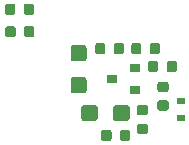
<source format=gbr>
G04 #@! TF.GenerationSoftware,KiCad,Pcbnew,(5.1.4)-1*
G04 #@! TF.CreationDate,2019-12-17T16:38:54-05:00*
G04 #@! TF.ProjectId,BJTPreamp,424a5450-7265-4616-9d70-2e6b69636164,rev?*
G04 #@! TF.SameCoordinates,Original*
G04 #@! TF.FileFunction,Paste,Top*
G04 #@! TF.FilePolarity,Positive*
%FSLAX46Y46*%
G04 Gerber Fmt 4.6, Leading zero omitted, Abs format (unit mm)*
G04 Created by KiCad (PCBNEW (5.1.4)-1) date 2019-12-17 16:38:54*
%MOMM*%
%LPD*%
G04 APERTURE LIST*
%ADD10C,0.100000*%
%ADD11C,1.350000*%
%ADD12C,0.875000*%
%ADD13R,0.900000X0.800000*%
%ADD14R,0.700000X0.600000*%
G04 APERTURE END LIST*
D10*
G36*
X79185305Y-98233804D02*
G01*
X79209573Y-98237404D01*
X79233372Y-98243365D01*
X79256471Y-98251630D01*
X79278650Y-98262120D01*
X79299693Y-98274732D01*
X79319399Y-98289347D01*
X79337577Y-98305823D01*
X79354053Y-98324001D01*
X79368668Y-98343707D01*
X79381280Y-98364750D01*
X79391770Y-98386929D01*
X79400035Y-98410028D01*
X79405996Y-98433827D01*
X79409596Y-98458095D01*
X79410800Y-98482599D01*
X79410800Y-99332601D01*
X79409596Y-99357105D01*
X79405996Y-99381373D01*
X79400035Y-99405172D01*
X79391770Y-99428271D01*
X79381280Y-99450450D01*
X79368668Y-99471493D01*
X79354053Y-99491199D01*
X79337577Y-99509377D01*
X79319399Y-99525853D01*
X79299693Y-99540468D01*
X79278650Y-99553080D01*
X79256471Y-99563570D01*
X79233372Y-99571835D01*
X79209573Y-99577796D01*
X79185305Y-99581396D01*
X79160801Y-99582600D01*
X78260799Y-99582600D01*
X78236295Y-99581396D01*
X78212027Y-99577796D01*
X78188228Y-99571835D01*
X78165129Y-99563570D01*
X78142950Y-99553080D01*
X78121907Y-99540468D01*
X78102201Y-99525853D01*
X78084023Y-99509377D01*
X78067547Y-99491199D01*
X78052932Y-99471493D01*
X78040320Y-99450450D01*
X78029830Y-99428271D01*
X78021565Y-99405172D01*
X78015604Y-99381373D01*
X78012004Y-99357105D01*
X78010800Y-99332601D01*
X78010800Y-98482599D01*
X78012004Y-98458095D01*
X78015604Y-98433827D01*
X78021565Y-98410028D01*
X78029830Y-98386929D01*
X78040320Y-98364750D01*
X78052932Y-98343707D01*
X78067547Y-98324001D01*
X78084023Y-98305823D01*
X78102201Y-98289347D01*
X78121907Y-98274732D01*
X78142950Y-98262120D01*
X78165129Y-98251630D01*
X78188228Y-98243365D01*
X78212027Y-98237404D01*
X78236295Y-98233804D01*
X78260799Y-98232600D01*
X79160801Y-98232600D01*
X79185305Y-98233804D01*
X79185305Y-98233804D01*
G37*
D11*
X78710800Y-98907600D03*
D10*
G36*
X81885305Y-98233804D02*
G01*
X81909573Y-98237404D01*
X81933372Y-98243365D01*
X81956471Y-98251630D01*
X81978650Y-98262120D01*
X81999693Y-98274732D01*
X82019399Y-98289347D01*
X82037577Y-98305823D01*
X82054053Y-98324001D01*
X82068668Y-98343707D01*
X82081280Y-98364750D01*
X82091770Y-98386929D01*
X82100035Y-98410028D01*
X82105996Y-98433827D01*
X82109596Y-98458095D01*
X82110800Y-98482599D01*
X82110800Y-99332601D01*
X82109596Y-99357105D01*
X82105996Y-99381373D01*
X82100035Y-99405172D01*
X82091770Y-99428271D01*
X82081280Y-99450450D01*
X82068668Y-99471493D01*
X82054053Y-99491199D01*
X82037577Y-99509377D01*
X82019399Y-99525853D01*
X81999693Y-99540468D01*
X81978650Y-99553080D01*
X81956471Y-99563570D01*
X81933372Y-99571835D01*
X81909573Y-99577796D01*
X81885305Y-99581396D01*
X81860801Y-99582600D01*
X80960799Y-99582600D01*
X80936295Y-99581396D01*
X80912027Y-99577796D01*
X80888228Y-99571835D01*
X80865129Y-99563570D01*
X80842950Y-99553080D01*
X80821907Y-99540468D01*
X80802201Y-99525853D01*
X80784023Y-99509377D01*
X80767547Y-99491199D01*
X80752932Y-99471493D01*
X80740320Y-99450450D01*
X80729830Y-99428271D01*
X80721565Y-99405172D01*
X80715604Y-99381373D01*
X80712004Y-99357105D01*
X80710800Y-99332601D01*
X80710800Y-98482599D01*
X80712004Y-98458095D01*
X80715604Y-98433827D01*
X80721565Y-98410028D01*
X80729830Y-98386929D01*
X80740320Y-98364750D01*
X80752932Y-98343707D01*
X80767547Y-98324001D01*
X80784023Y-98305823D01*
X80802201Y-98289347D01*
X80821907Y-98274732D01*
X80842950Y-98262120D01*
X80865129Y-98251630D01*
X80888228Y-98243365D01*
X80912027Y-98237404D01*
X80936295Y-98233804D01*
X80960799Y-98232600D01*
X81860801Y-98232600D01*
X81885305Y-98233804D01*
X81885305Y-98233804D01*
G37*
D11*
X81410800Y-98907600D03*
D10*
G36*
X78237005Y-95850404D02*
G01*
X78261273Y-95854004D01*
X78285072Y-95859965D01*
X78308171Y-95868230D01*
X78330350Y-95878720D01*
X78351393Y-95891332D01*
X78371099Y-95905947D01*
X78389277Y-95922423D01*
X78405753Y-95940601D01*
X78420368Y-95960307D01*
X78432980Y-95981350D01*
X78443470Y-96003529D01*
X78451735Y-96026628D01*
X78457696Y-96050427D01*
X78461296Y-96074695D01*
X78462500Y-96099199D01*
X78462500Y-96999201D01*
X78461296Y-97023705D01*
X78457696Y-97047973D01*
X78451735Y-97071772D01*
X78443470Y-97094871D01*
X78432980Y-97117050D01*
X78420368Y-97138093D01*
X78405753Y-97157799D01*
X78389277Y-97175977D01*
X78371099Y-97192453D01*
X78351393Y-97207068D01*
X78330350Y-97219680D01*
X78308171Y-97230170D01*
X78285072Y-97238435D01*
X78261273Y-97244396D01*
X78237005Y-97247996D01*
X78212501Y-97249200D01*
X77362499Y-97249200D01*
X77337995Y-97247996D01*
X77313727Y-97244396D01*
X77289928Y-97238435D01*
X77266829Y-97230170D01*
X77244650Y-97219680D01*
X77223607Y-97207068D01*
X77203901Y-97192453D01*
X77185723Y-97175977D01*
X77169247Y-97157799D01*
X77154632Y-97138093D01*
X77142020Y-97117050D01*
X77131530Y-97094871D01*
X77123265Y-97071772D01*
X77117304Y-97047973D01*
X77113704Y-97023705D01*
X77112500Y-96999201D01*
X77112500Y-96099199D01*
X77113704Y-96074695D01*
X77117304Y-96050427D01*
X77123265Y-96026628D01*
X77131530Y-96003529D01*
X77142020Y-95981350D01*
X77154632Y-95960307D01*
X77169247Y-95940601D01*
X77185723Y-95922423D01*
X77203901Y-95905947D01*
X77223607Y-95891332D01*
X77244650Y-95878720D01*
X77266829Y-95868230D01*
X77289928Y-95859965D01*
X77313727Y-95854004D01*
X77337995Y-95850404D01*
X77362499Y-95849200D01*
X78212501Y-95849200D01*
X78237005Y-95850404D01*
X78237005Y-95850404D01*
G37*
D11*
X77787500Y-96549200D03*
D10*
G36*
X78237005Y-93150404D02*
G01*
X78261273Y-93154004D01*
X78285072Y-93159965D01*
X78308171Y-93168230D01*
X78330350Y-93178720D01*
X78351393Y-93191332D01*
X78371099Y-93205947D01*
X78389277Y-93222423D01*
X78405753Y-93240601D01*
X78420368Y-93260307D01*
X78432980Y-93281350D01*
X78443470Y-93303529D01*
X78451735Y-93326628D01*
X78457696Y-93350427D01*
X78461296Y-93374695D01*
X78462500Y-93399199D01*
X78462500Y-94299201D01*
X78461296Y-94323705D01*
X78457696Y-94347973D01*
X78451735Y-94371772D01*
X78443470Y-94394871D01*
X78432980Y-94417050D01*
X78420368Y-94438093D01*
X78405753Y-94457799D01*
X78389277Y-94475977D01*
X78371099Y-94492453D01*
X78351393Y-94507068D01*
X78330350Y-94519680D01*
X78308171Y-94530170D01*
X78285072Y-94538435D01*
X78261273Y-94544396D01*
X78237005Y-94547996D01*
X78212501Y-94549200D01*
X77362499Y-94549200D01*
X77337995Y-94547996D01*
X77313727Y-94544396D01*
X77289928Y-94538435D01*
X77266829Y-94530170D01*
X77244650Y-94519680D01*
X77223607Y-94507068D01*
X77203901Y-94492453D01*
X77185723Y-94475977D01*
X77169247Y-94457799D01*
X77154632Y-94438093D01*
X77142020Y-94417050D01*
X77131530Y-94394871D01*
X77123265Y-94371772D01*
X77117304Y-94347973D01*
X77113704Y-94323705D01*
X77112500Y-94299201D01*
X77112500Y-93399199D01*
X77113704Y-93374695D01*
X77117304Y-93350427D01*
X77123265Y-93326628D01*
X77131530Y-93303529D01*
X77142020Y-93281350D01*
X77154632Y-93260307D01*
X77169247Y-93240601D01*
X77185723Y-93222423D01*
X77203901Y-93205947D01*
X77223607Y-93191332D01*
X77244650Y-93178720D01*
X77266829Y-93168230D01*
X77289928Y-93159965D01*
X77313727Y-93154004D01*
X77337995Y-93150404D01*
X77362499Y-93149200D01*
X78212501Y-93149200D01*
X78237005Y-93150404D01*
X78237005Y-93150404D01*
G37*
D11*
X77787500Y-93849200D03*
D10*
G36*
X83475391Y-99804753D02*
G01*
X83496626Y-99807903D01*
X83517450Y-99813119D01*
X83537662Y-99820351D01*
X83557068Y-99829530D01*
X83575481Y-99840566D01*
X83592724Y-99853354D01*
X83608630Y-99867770D01*
X83623046Y-99883676D01*
X83635834Y-99900919D01*
X83646870Y-99919332D01*
X83656049Y-99938738D01*
X83663281Y-99958950D01*
X83668497Y-99979774D01*
X83671647Y-100001009D01*
X83672700Y-100022450D01*
X83672700Y-100459950D01*
X83671647Y-100481391D01*
X83668497Y-100502626D01*
X83663281Y-100523450D01*
X83656049Y-100543662D01*
X83646870Y-100563068D01*
X83635834Y-100581481D01*
X83623046Y-100598724D01*
X83608630Y-100614630D01*
X83592724Y-100629046D01*
X83575481Y-100641834D01*
X83557068Y-100652870D01*
X83537662Y-100662049D01*
X83517450Y-100669281D01*
X83496626Y-100674497D01*
X83475391Y-100677647D01*
X83453950Y-100678700D01*
X82941450Y-100678700D01*
X82920009Y-100677647D01*
X82898774Y-100674497D01*
X82877950Y-100669281D01*
X82857738Y-100662049D01*
X82838332Y-100652870D01*
X82819919Y-100641834D01*
X82802676Y-100629046D01*
X82786770Y-100614630D01*
X82772354Y-100598724D01*
X82759566Y-100581481D01*
X82748530Y-100563068D01*
X82739351Y-100543662D01*
X82732119Y-100523450D01*
X82726903Y-100502626D01*
X82723753Y-100481391D01*
X82722700Y-100459950D01*
X82722700Y-100022450D01*
X82723753Y-100001009D01*
X82726903Y-99979774D01*
X82732119Y-99958950D01*
X82739351Y-99938738D01*
X82748530Y-99919332D01*
X82759566Y-99900919D01*
X82772354Y-99883676D01*
X82786770Y-99867770D01*
X82802676Y-99853354D01*
X82819919Y-99840566D01*
X82838332Y-99829530D01*
X82857738Y-99820351D01*
X82877950Y-99813119D01*
X82898774Y-99807903D01*
X82920009Y-99804753D01*
X82941450Y-99803700D01*
X83453950Y-99803700D01*
X83475391Y-99804753D01*
X83475391Y-99804753D01*
G37*
D12*
X83197700Y-100241200D03*
D10*
G36*
X83475391Y-98229753D02*
G01*
X83496626Y-98232903D01*
X83517450Y-98238119D01*
X83537662Y-98245351D01*
X83557068Y-98254530D01*
X83575481Y-98265566D01*
X83592724Y-98278354D01*
X83608630Y-98292770D01*
X83623046Y-98308676D01*
X83635834Y-98325919D01*
X83646870Y-98344332D01*
X83656049Y-98363738D01*
X83663281Y-98383950D01*
X83668497Y-98404774D01*
X83671647Y-98426009D01*
X83672700Y-98447450D01*
X83672700Y-98884950D01*
X83671647Y-98906391D01*
X83668497Y-98927626D01*
X83663281Y-98948450D01*
X83656049Y-98968662D01*
X83646870Y-98988068D01*
X83635834Y-99006481D01*
X83623046Y-99023724D01*
X83608630Y-99039630D01*
X83592724Y-99054046D01*
X83575481Y-99066834D01*
X83557068Y-99077870D01*
X83537662Y-99087049D01*
X83517450Y-99094281D01*
X83496626Y-99099497D01*
X83475391Y-99102647D01*
X83453950Y-99103700D01*
X82941450Y-99103700D01*
X82920009Y-99102647D01*
X82898774Y-99099497D01*
X82877950Y-99094281D01*
X82857738Y-99087049D01*
X82838332Y-99077870D01*
X82819919Y-99066834D01*
X82802676Y-99054046D01*
X82786770Y-99039630D01*
X82772354Y-99023724D01*
X82759566Y-99006481D01*
X82748530Y-98988068D01*
X82739351Y-98968662D01*
X82732119Y-98948450D01*
X82726903Y-98927626D01*
X82723753Y-98906391D01*
X82722700Y-98884950D01*
X82722700Y-98447450D01*
X82723753Y-98426009D01*
X82726903Y-98404774D01*
X82732119Y-98383950D01*
X82739351Y-98363738D01*
X82748530Y-98344332D01*
X82759566Y-98325919D01*
X82772354Y-98308676D01*
X82786770Y-98292770D01*
X82802676Y-98278354D01*
X82819919Y-98265566D01*
X82838332Y-98254530D01*
X82857738Y-98245351D01*
X82877950Y-98238119D01*
X82898774Y-98232903D01*
X82920009Y-98229753D01*
X82941450Y-98228700D01*
X83453950Y-98228700D01*
X83475391Y-98229753D01*
X83475391Y-98229753D01*
G37*
D12*
X83197700Y-98666200D03*
D10*
G36*
X85215291Y-97836253D02*
G01*
X85236526Y-97839403D01*
X85257350Y-97844619D01*
X85277562Y-97851851D01*
X85296968Y-97861030D01*
X85315381Y-97872066D01*
X85332624Y-97884854D01*
X85348530Y-97899270D01*
X85362946Y-97915176D01*
X85375734Y-97932419D01*
X85386770Y-97950832D01*
X85395949Y-97970238D01*
X85403181Y-97990450D01*
X85408397Y-98011274D01*
X85411547Y-98032509D01*
X85412600Y-98053950D01*
X85412600Y-98491450D01*
X85411547Y-98512891D01*
X85408397Y-98534126D01*
X85403181Y-98554950D01*
X85395949Y-98575162D01*
X85386770Y-98594568D01*
X85375734Y-98612981D01*
X85362946Y-98630224D01*
X85348530Y-98646130D01*
X85332624Y-98660546D01*
X85315381Y-98673334D01*
X85296968Y-98684370D01*
X85277562Y-98693549D01*
X85257350Y-98700781D01*
X85236526Y-98705997D01*
X85215291Y-98709147D01*
X85193850Y-98710200D01*
X84681350Y-98710200D01*
X84659909Y-98709147D01*
X84638674Y-98705997D01*
X84617850Y-98700781D01*
X84597638Y-98693549D01*
X84578232Y-98684370D01*
X84559819Y-98673334D01*
X84542576Y-98660546D01*
X84526670Y-98646130D01*
X84512254Y-98630224D01*
X84499466Y-98612981D01*
X84488430Y-98594568D01*
X84479251Y-98575162D01*
X84472019Y-98554950D01*
X84466803Y-98534126D01*
X84463653Y-98512891D01*
X84462600Y-98491450D01*
X84462600Y-98053950D01*
X84463653Y-98032509D01*
X84466803Y-98011274D01*
X84472019Y-97990450D01*
X84479251Y-97970238D01*
X84488430Y-97950832D01*
X84499466Y-97932419D01*
X84512254Y-97915176D01*
X84526670Y-97899270D01*
X84542576Y-97884854D01*
X84559819Y-97872066D01*
X84578232Y-97861030D01*
X84597638Y-97851851D01*
X84617850Y-97844619D01*
X84638674Y-97839403D01*
X84659909Y-97836253D01*
X84681350Y-97835200D01*
X85193850Y-97835200D01*
X85215291Y-97836253D01*
X85215291Y-97836253D01*
G37*
D12*
X84937600Y-98272700D03*
D10*
G36*
X85215291Y-96261253D02*
G01*
X85236526Y-96264403D01*
X85257350Y-96269619D01*
X85277562Y-96276851D01*
X85296968Y-96286030D01*
X85315381Y-96297066D01*
X85332624Y-96309854D01*
X85348530Y-96324270D01*
X85362946Y-96340176D01*
X85375734Y-96357419D01*
X85386770Y-96375832D01*
X85395949Y-96395238D01*
X85403181Y-96415450D01*
X85408397Y-96436274D01*
X85411547Y-96457509D01*
X85412600Y-96478950D01*
X85412600Y-96916450D01*
X85411547Y-96937891D01*
X85408397Y-96959126D01*
X85403181Y-96979950D01*
X85395949Y-97000162D01*
X85386770Y-97019568D01*
X85375734Y-97037981D01*
X85362946Y-97055224D01*
X85348530Y-97071130D01*
X85332624Y-97085546D01*
X85315381Y-97098334D01*
X85296968Y-97109370D01*
X85277562Y-97118549D01*
X85257350Y-97125781D01*
X85236526Y-97130997D01*
X85215291Y-97134147D01*
X85193850Y-97135200D01*
X84681350Y-97135200D01*
X84659909Y-97134147D01*
X84638674Y-97130997D01*
X84617850Y-97125781D01*
X84597638Y-97118549D01*
X84578232Y-97109370D01*
X84559819Y-97098334D01*
X84542576Y-97085546D01*
X84526670Y-97071130D01*
X84512254Y-97055224D01*
X84499466Y-97037981D01*
X84488430Y-97019568D01*
X84479251Y-97000162D01*
X84472019Y-96979950D01*
X84466803Y-96959126D01*
X84463653Y-96937891D01*
X84462600Y-96916450D01*
X84462600Y-96478950D01*
X84463653Y-96457509D01*
X84466803Y-96436274D01*
X84472019Y-96415450D01*
X84479251Y-96395238D01*
X84488430Y-96375832D01*
X84499466Y-96357419D01*
X84512254Y-96340176D01*
X84526670Y-96324270D01*
X84542576Y-96309854D01*
X84559819Y-96297066D01*
X84578232Y-96286030D01*
X84597638Y-96276851D01*
X84617850Y-96269619D01*
X84638674Y-96264403D01*
X84659909Y-96261253D01*
X84681350Y-96260200D01*
X85193850Y-96260200D01*
X85215291Y-96261253D01*
X85215291Y-96261253D01*
G37*
D12*
X84937600Y-96697700D03*
D10*
G36*
X73823991Y-89640173D02*
G01*
X73845226Y-89643323D01*
X73866050Y-89648539D01*
X73886262Y-89655771D01*
X73905668Y-89664950D01*
X73924081Y-89675986D01*
X73941324Y-89688774D01*
X73957230Y-89703190D01*
X73971646Y-89719096D01*
X73984434Y-89736339D01*
X73995470Y-89754752D01*
X74004649Y-89774158D01*
X74011881Y-89794370D01*
X74017097Y-89815194D01*
X74020247Y-89836429D01*
X74021300Y-89857870D01*
X74021300Y-90370370D01*
X74020247Y-90391811D01*
X74017097Y-90413046D01*
X74011881Y-90433870D01*
X74004649Y-90454082D01*
X73995470Y-90473488D01*
X73984434Y-90491901D01*
X73971646Y-90509144D01*
X73957230Y-90525050D01*
X73941324Y-90539466D01*
X73924081Y-90552254D01*
X73905668Y-90563290D01*
X73886262Y-90572469D01*
X73866050Y-90579701D01*
X73845226Y-90584917D01*
X73823991Y-90588067D01*
X73802550Y-90589120D01*
X73365050Y-90589120D01*
X73343609Y-90588067D01*
X73322374Y-90584917D01*
X73301550Y-90579701D01*
X73281338Y-90572469D01*
X73261932Y-90563290D01*
X73243519Y-90552254D01*
X73226276Y-90539466D01*
X73210370Y-90525050D01*
X73195954Y-90509144D01*
X73183166Y-90491901D01*
X73172130Y-90473488D01*
X73162951Y-90454082D01*
X73155719Y-90433870D01*
X73150503Y-90413046D01*
X73147353Y-90391811D01*
X73146300Y-90370370D01*
X73146300Y-89857870D01*
X73147353Y-89836429D01*
X73150503Y-89815194D01*
X73155719Y-89794370D01*
X73162951Y-89774158D01*
X73172130Y-89754752D01*
X73183166Y-89736339D01*
X73195954Y-89719096D01*
X73210370Y-89703190D01*
X73226276Y-89688774D01*
X73243519Y-89675986D01*
X73261932Y-89664950D01*
X73281338Y-89655771D01*
X73301550Y-89648539D01*
X73322374Y-89643323D01*
X73343609Y-89640173D01*
X73365050Y-89639120D01*
X73802550Y-89639120D01*
X73823991Y-89640173D01*
X73823991Y-89640173D01*
G37*
D12*
X73583800Y-90114120D03*
D10*
G36*
X72248991Y-89640173D02*
G01*
X72270226Y-89643323D01*
X72291050Y-89648539D01*
X72311262Y-89655771D01*
X72330668Y-89664950D01*
X72349081Y-89675986D01*
X72366324Y-89688774D01*
X72382230Y-89703190D01*
X72396646Y-89719096D01*
X72409434Y-89736339D01*
X72420470Y-89754752D01*
X72429649Y-89774158D01*
X72436881Y-89794370D01*
X72442097Y-89815194D01*
X72445247Y-89836429D01*
X72446300Y-89857870D01*
X72446300Y-90370370D01*
X72445247Y-90391811D01*
X72442097Y-90413046D01*
X72436881Y-90433870D01*
X72429649Y-90454082D01*
X72420470Y-90473488D01*
X72409434Y-90491901D01*
X72396646Y-90509144D01*
X72382230Y-90525050D01*
X72366324Y-90539466D01*
X72349081Y-90552254D01*
X72330668Y-90563290D01*
X72311262Y-90572469D01*
X72291050Y-90579701D01*
X72270226Y-90584917D01*
X72248991Y-90588067D01*
X72227550Y-90589120D01*
X71790050Y-90589120D01*
X71768609Y-90588067D01*
X71747374Y-90584917D01*
X71726550Y-90579701D01*
X71706338Y-90572469D01*
X71686932Y-90563290D01*
X71668519Y-90552254D01*
X71651276Y-90539466D01*
X71635370Y-90525050D01*
X71620954Y-90509144D01*
X71608166Y-90491901D01*
X71597130Y-90473488D01*
X71587951Y-90454082D01*
X71580719Y-90433870D01*
X71575503Y-90413046D01*
X71572353Y-90391811D01*
X71571300Y-90370370D01*
X71571300Y-89857870D01*
X71572353Y-89836429D01*
X71575503Y-89815194D01*
X71580719Y-89794370D01*
X71587951Y-89774158D01*
X71597130Y-89754752D01*
X71608166Y-89736339D01*
X71620954Y-89719096D01*
X71635370Y-89703190D01*
X71651276Y-89688774D01*
X71668519Y-89675986D01*
X71686932Y-89664950D01*
X71706338Y-89655771D01*
X71726550Y-89648539D01*
X71747374Y-89643323D01*
X71768609Y-89640173D01*
X71790050Y-89639120D01*
X72227550Y-89639120D01*
X72248991Y-89640173D01*
X72248991Y-89640173D01*
G37*
D12*
X72008800Y-90114120D03*
D10*
G36*
X84492091Y-92998053D02*
G01*
X84513326Y-93001203D01*
X84534150Y-93006419D01*
X84554362Y-93013651D01*
X84573768Y-93022830D01*
X84592181Y-93033866D01*
X84609424Y-93046654D01*
X84625330Y-93061070D01*
X84639746Y-93076976D01*
X84652534Y-93094219D01*
X84663570Y-93112632D01*
X84672749Y-93132038D01*
X84679981Y-93152250D01*
X84685197Y-93173074D01*
X84688347Y-93194309D01*
X84689400Y-93215750D01*
X84689400Y-93728250D01*
X84688347Y-93749691D01*
X84685197Y-93770926D01*
X84679981Y-93791750D01*
X84672749Y-93811962D01*
X84663570Y-93831368D01*
X84652534Y-93849781D01*
X84639746Y-93867024D01*
X84625330Y-93882930D01*
X84609424Y-93897346D01*
X84592181Y-93910134D01*
X84573768Y-93921170D01*
X84554362Y-93930349D01*
X84534150Y-93937581D01*
X84513326Y-93942797D01*
X84492091Y-93945947D01*
X84470650Y-93947000D01*
X84033150Y-93947000D01*
X84011709Y-93945947D01*
X83990474Y-93942797D01*
X83969650Y-93937581D01*
X83949438Y-93930349D01*
X83930032Y-93921170D01*
X83911619Y-93910134D01*
X83894376Y-93897346D01*
X83878470Y-93882930D01*
X83864054Y-93867024D01*
X83851266Y-93849781D01*
X83840230Y-93831368D01*
X83831051Y-93811962D01*
X83823819Y-93791750D01*
X83818603Y-93770926D01*
X83815453Y-93749691D01*
X83814400Y-93728250D01*
X83814400Y-93215750D01*
X83815453Y-93194309D01*
X83818603Y-93173074D01*
X83823819Y-93152250D01*
X83831051Y-93132038D01*
X83840230Y-93112632D01*
X83851266Y-93094219D01*
X83864054Y-93076976D01*
X83878470Y-93061070D01*
X83894376Y-93046654D01*
X83911619Y-93033866D01*
X83930032Y-93022830D01*
X83949438Y-93013651D01*
X83969650Y-93006419D01*
X83990474Y-93001203D01*
X84011709Y-92998053D01*
X84033150Y-92997000D01*
X84470650Y-92997000D01*
X84492091Y-92998053D01*
X84492091Y-92998053D01*
G37*
D12*
X84251900Y-93472000D03*
D10*
G36*
X82917091Y-92998053D02*
G01*
X82938326Y-93001203D01*
X82959150Y-93006419D01*
X82979362Y-93013651D01*
X82998768Y-93022830D01*
X83017181Y-93033866D01*
X83034424Y-93046654D01*
X83050330Y-93061070D01*
X83064746Y-93076976D01*
X83077534Y-93094219D01*
X83088570Y-93112632D01*
X83097749Y-93132038D01*
X83104981Y-93152250D01*
X83110197Y-93173074D01*
X83113347Y-93194309D01*
X83114400Y-93215750D01*
X83114400Y-93728250D01*
X83113347Y-93749691D01*
X83110197Y-93770926D01*
X83104981Y-93791750D01*
X83097749Y-93811962D01*
X83088570Y-93831368D01*
X83077534Y-93849781D01*
X83064746Y-93867024D01*
X83050330Y-93882930D01*
X83034424Y-93897346D01*
X83017181Y-93910134D01*
X82998768Y-93921170D01*
X82979362Y-93930349D01*
X82959150Y-93937581D01*
X82938326Y-93942797D01*
X82917091Y-93945947D01*
X82895650Y-93947000D01*
X82458150Y-93947000D01*
X82436709Y-93945947D01*
X82415474Y-93942797D01*
X82394650Y-93937581D01*
X82374438Y-93930349D01*
X82355032Y-93921170D01*
X82336619Y-93910134D01*
X82319376Y-93897346D01*
X82303470Y-93882930D01*
X82289054Y-93867024D01*
X82276266Y-93849781D01*
X82265230Y-93831368D01*
X82256051Y-93811962D01*
X82248819Y-93791750D01*
X82243603Y-93770926D01*
X82240453Y-93749691D01*
X82239400Y-93728250D01*
X82239400Y-93215750D01*
X82240453Y-93194309D01*
X82243603Y-93173074D01*
X82248819Y-93152250D01*
X82256051Y-93132038D01*
X82265230Y-93112632D01*
X82276266Y-93094219D01*
X82289054Y-93076976D01*
X82303470Y-93061070D01*
X82319376Y-93046654D01*
X82336619Y-93033866D01*
X82355032Y-93022830D01*
X82374438Y-93013651D01*
X82394650Y-93006419D01*
X82415474Y-93001203D01*
X82436709Y-92998053D01*
X82458150Y-92997000D01*
X82895650Y-92997000D01*
X82917091Y-92998053D01*
X82917091Y-92998053D01*
G37*
D12*
X82676900Y-93472000D03*
D10*
G36*
X79869091Y-92998053D02*
G01*
X79890326Y-93001203D01*
X79911150Y-93006419D01*
X79931362Y-93013651D01*
X79950768Y-93022830D01*
X79969181Y-93033866D01*
X79986424Y-93046654D01*
X80002330Y-93061070D01*
X80016746Y-93076976D01*
X80029534Y-93094219D01*
X80040570Y-93112632D01*
X80049749Y-93132038D01*
X80056981Y-93152250D01*
X80062197Y-93173074D01*
X80065347Y-93194309D01*
X80066400Y-93215750D01*
X80066400Y-93728250D01*
X80065347Y-93749691D01*
X80062197Y-93770926D01*
X80056981Y-93791750D01*
X80049749Y-93811962D01*
X80040570Y-93831368D01*
X80029534Y-93849781D01*
X80016746Y-93867024D01*
X80002330Y-93882930D01*
X79986424Y-93897346D01*
X79969181Y-93910134D01*
X79950768Y-93921170D01*
X79931362Y-93930349D01*
X79911150Y-93937581D01*
X79890326Y-93942797D01*
X79869091Y-93945947D01*
X79847650Y-93947000D01*
X79410150Y-93947000D01*
X79388709Y-93945947D01*
X79367474Y-93942797D01*
X79346650Y-93937581D01*
X79326438Y-93930349D01*
X79307032Y-93921170D01*
X79288619Y-93910134D01*
X79271376Y-93897346D01*
X79255470Y-93882930D01*
X79241054Y-93867024D01*
X79228266Y-93849781D01*
X79217230Y-93831368D01*
X79208051Y-93811962D01*
X79200819Y-93791750D01*
X79195603Y-93770926D01*
X79192453Y-93749691D01*
X79191400Y-93728250D01*
X79191400Y-93215750D01*
X79192453Y-93194309D01*
X79195603Y-93173074D01*
X79200819Y-93152250D01*
X79208051Y-93132038D01*
X79217230Y-93112632D01*
X79228266Y-93094219D01*
X79241054Y-93076976D01*
X79255470Y-93061070D01*
X79271376Y-93046654D01*
X79288619Y-93033866D01*
X79307032Y-93022830D01*
X79326438Y-93013651D01*
X79346650Y-93006419D01*
X79367474Y-93001203D01*
X79388709Y-92998053D01*
X79410150Y-92997000D01*
X79847650Y-92997000D01*
X79869091Y-92998053D01*
X79869091Y-92998053D01*
G37*
D12*
X79628900Y-93472000D03*
D10*
G36*
X81444091Y-92998053D02*
G01*
X81465326Y-93001203D01*
X81486150Y-93006419D01*
X81506362Y-93013651D01*
X81525768Y-93022830D01*
X81544181Y-93033866D01*
X81561424Y-93046654D01*
X81577330Y-93061070D01*
X81591746Y-93076976D01*
X81604534Y-93094219D01*
X81615570Y-93112632D01*
X81624749Y-93132038D01*
X81631981Y-93152250D01*
X81637197Y-93173074D01*
X81640347Y-93194309D01*
X81641400Y-93215750D01*
X81641400Y-93728250D01*
X81640347Y-93749691D01*
X81637197Y-93770926D01*
X81631981Y-93791750D01*
X81624749Y-93811962D01*
X81615570Y-93831368D01*
X81604534Y-93849781D01*
X81591746Y-93867024D01*
X81577330Y-93882930D01*
X81561424Y-93897346D01*
X81544181Y-93910134D01*
X81525768Y-93921170D01*
X81506362Y-93930349D01*
X81486150Y-93937581D01*
X81465326Y-93942797D01*
X81444091Y-93945947D01*
X81422650Y-93947000D01*
X80985150Y-93947000D01*
X80963709Y-93945947D01*
X80942474Y-93942797D01*
X80921650Y-93937581D01*
X80901438Y-93930349D01*
X80882032Y-93921170D01*
X80863619Y-93910134D01*
X80846376Y-93897346D01*
X80830470Y-93882930D01*
X80816054Y-93867024D01*
X80803266Y-93849781D01*
X80792230Y-93831368D01*
X80783051Y-93811962D01*
X80775819Y-93791750D01*
X80770603Y-93770926D01*
X80767453Y-93749691D01*
X80766400Y-93728250D01*
X80766400Y-93215750D01*
X80767453Y-93194309D01*
X80770603Y-93173074D01*
X80775819Y-93152250D01*
X80783051Y-93132038D01*
X80792230Y-93112632D01*
X80803266Y-93094219D01*
X80816054Y-93076976D01*
X80830470Y-93061070D01*
X80846376Y-93046654D01*
X80863619Y-93033866D01*
X80882032Y-93022830D01*
X80901438Y-93013651D01*
X80921650Y-93006419D01*
X80942474Y-93001203D01*
X80963709Y-92998053D01*
X80985150Y-92997000D01*
X81422650Y-92997000D01*
X81444091Y-92998053D01*
X81444091Y-92998053D01*
G37*
D12*
X81203900Y-93472000D03*
D10*
G36*
X72269411Y-91555333D02*
G01*
X72290646Y-91558483D01*
X72311470Y-91563699D01*
X72331682Y-91570931D01*
X72351088Y-91580110D01*
X72369501Y-91591146D01*
X72386744Y-91603934D01*
X72402650Y-91618350D01*
X72417066Y-91634256D01*
X72429854Y-91651499D01*
X72440890Y-91669912D01*
X72450069Y-91689318D01*
X72457301Y-91709530D01*
X72462517Y-91730354D01*
X72465667Y-91751589D01*
X72466720Y-91773030D01*
X72466720Y-92285530D01*
X72465667Y-92306971D01*
X72462517Y-92328206D01*
X72457301Y-92349030D01*
X72450069Y-92369242D01*
X72440890Y-92388648D01*
X72429854Y-92407061D01*
X72417066Y-92424304D01*
X72402650Y-92440210D01*
X72386744Y-92454626D01*
X72369501Y-92467414D01*
X72351088Y-92478450D01*
X72331682Y-92487629D01*
X72311470Y-92494861D01*
X72290646Y-92500077D01*
X72269411Y-92503227D01*
X72247970Y-92504280D01*
X71810470Y-92504280D01*
X71789029Y-92503227D01*
X71767794Y-92500077D01*
X71746970Y-92494861D01*
X71726758Y-92487629D01*
X71707352Y-92478450D01*
X71688939Y-92467414D01*
X71671696Y-92454626D01*
X71655790Y-92440210D01*
X71641374Y-92424304D01*
X71628586Y-92407061D01*
X71617550Y-92388648D01*
X71608371Y-92369242D01*
X71601139Y-92349030D01*
X71595923Y-92328206D01*
X71592773Y-92306971D01*
X71591720Y-92285530D01*
X71591720Y-91773030D01*
X71592773Y-91751589D01*
X71595923Y-91730354D01*
X71601139Y-91709530D01*
X71608371Y-91689318D01*
X71617550Y-91669912D01*
X71628586Y-91651499D01*
X71641374Y-91634256D01*
X71655790Y-91618350D01*
X71671696Y-91603934D01*
X71688939Y-91591146D01*
X71707352Y-91580110D01*
X71726758Y-91570931D01*
X71746970Y-91563699D01*
X71767794Y-91558483D01*
X71789029Y-91555333D01*
X71810470Y-91554280D01*
X72247970Y-91554280D01*
X72269411Y-91555333D01*
X72269411Y-91555333D01*
G37*
D12*
X72029220Y-92029280D03*
D10*
G36*
X73844411Y-91555333D02*
G01*
X73865646Y-91558483D01*
X73886470Y-91563699D01*
X73906682Y-91570931D01*
X73926088Y-91580110D01*
X73944501Y-91591146D01*
X73961744Y-91603934D01*
X73977650Y-91618350D01*
X73992066Y-91634256D01*
X74004854Y-91651499D01*
X74015890Y-91669912D01*
X74025069Y-91689318D01*
X74032301Y-91709530D01*
X74037517Y-91730354D01*
X74040667Y-91751589D01*
X74041720Y-91773030D01*
X74041720Y-92285530D01*
X74040667Y-92306971D01*
X74037517Y-92328206D01*
X74032301Y-92349030D01*
X74025069Y-92369242D01*
X74015890Y-92388648D01*
X74004854Y-92407061D01*
X73992066Y-92424304D01*
X73977650Y-92440210D01*
X73961744Y-92454626D01*
X73944501Y-92467414D01*
X73926088Y-92478450D01*
X73906682Y-92487629D01*
X73886470Y-92494861D01*
X73865646Y-92500077D01*
X73844411Y-92503227D01*
X73822970Y-92504280D01*
X73385470Y-92504280D01*
X73364029Y-92503227D01*
X73342794Y-92500077D01*
X73321970Y-92494861D01*
X73301758Y-92487629D01*
X73282352Y-92478450D01*
X73263939Y-92467414D01*
X73246696Y-92454626D01*
X73230790Y-92440210D01*
X73216374Y-92424304D01*
X73203586Y-92407061D01*
X73192550Y-92388648D01*
X73183371Y-92369242D01*
X73176139Y-92349030D01*
X73170923Y-92328206D01*
X73167773Y-92306971D01*
X73166720Y-92285530D01*
X73166720Y-91773030D01*
X73167773Y-91751589D01*
X73170923Y-91730354D01*
X73176139Y-91709530D01*
X73183371Y-91689318D01*
X73192550Y-91669912D01*
X73203586Y-91651499D01*
X73216374Y-91634256D01*
X73230790Y-91618350D01*
X73246696Y-91603934D01*
X73263939Y-91591146D01*
X73282352Y-91580110D01*
X73301758Y-91570931D01*
X73321970Y-91563699D01*
X73342794Y-91558483D01*
X73364029Y-91555333D01*
X73385470Y-91554280D01*
X73822970Y-91554280D01*
X73844411Y-91555333D01*
X73844411Y-91555333D01*
G37*
D12*
X73604220Y-92029280D03*
D13*
X80597500Y-96024700D03*
X82597500Y-95074700D03*
X82597500Y-96974700D03*
D14*
X86448900Y-97928200D03*
X86448900Y-99328200D03*
D10*
G36*
X80389791Y-100325953D02*
G01*
X80411026Y-100329103D01*
X80431850Y-100334319D01*
X80452062Y-100341551D01*
X80471468Y-100350730D01*
X80489881Y-100361766D01*
X80507124Y-100374554D01*
X80523030Y-100388970D01*
X80537446Y-100404876D01*
X80550234Y-100422119D01*
X80561270Y-100440532D01*
X80570449Y-100459938D01*
X80577681Y-100480150D01*
X80582897Y-100500974D01*
X80586047Y-100522209D01*
X80587100Y-100543650D01*
X80587100Y-101056150D01*
X80586047Y-101077591D01*
X80582897Y-101098826D01*
X80577681Y-101119650D01*
X80570449Y-101139862D01*
X80561270Y-101159268D01*
X80550234Y-101177681D01*
X80537446Y-101194924D01*
X80523030Y-101210830D01*
X80507124Y-101225246D01*
X80489881Y-101238034D01*
X80471468Y-101249070D01*
X80452062Y-101258249D01*
X80431850Y-101265481D01*
X80411026Y-101270697D01*
X80389791Y-101273847D01*
X80368350Y-101274900D01*
X79930850Y-101274900D01*
X79909409Y-101273847D01*
X79888174Y-101270697D01*
X79867350Y-101265481D01*
X79847138Y-101258249D01*
X79827732Y-101249070D01*
X79809319Y-101238034D01*
X79792076Y-101225246D01*
X79776170Y-101210830D01*
X79761754Y-101194924D01*
X79748966Y-101177681D01*
X79737930Y-101159268D01*
X79728751Y-101139862D01*
X79721519Y-101119650D01*
X79716303Y-101098826D01*
X79713153Y-101077591D01*
X79712100Y-101056150D01*
X79712100Y-100543650D01*
X79713153Y-100522209D01*
X79716303Y-100500974D01*
X79721519Y-100480150D01*
X79728751Y-100459938D01*
X79737930Y-100440532D01*
X79748966Y-100422119D01*
X79761754Y-100404876D01*
X79776170Y-100388970D01*
X79792076Y-100374554D01*
X79809319Y-100361766D01*
X79827732Y-100350730D01*
X79847138Y-100341551D01*
X79867350Y-100334319D01*
X79888174Y-100329103D01*
X79909409Y-100325953D01*
X79930850Y-100324900D01*
X80368350Y-100324900D01*
X80389791Y-100325953D01*
X80389791Y-100325953D01*
G37*
D12*
X80149600Y-100799900D03*
D10*
G36*
X81964791Y-100325953D02*
G01*
X81986026Y-100329103D01*
X82006850Y-100334319D01*
X82027062Y-100341551D01*
X82046468Y-100350730D01*
X82064881Y-100361766D01*
X82082124Y-100374554D01*
X82098030Y-100388970D01*
X82112446Y-100404876D01*
X82125234Y-100422119D01*
X82136270Y-100440532D01*
X82145449Y-100459938D01*
X82152681Y-100480150D01*
X82157897Y-100500974D01*
X82161047Y-100522209D01*
X82162100Y-100543650D01*
X82162100Y-101056150D01*
X82161047Y-101077591D01*
X82157897Y-101098826D01*
X82152681Y-101119650D01*
X82145449Y-101139862D01*
X82136270Y-101159268D01*
X82125234Y-101177681D01*
X82112446Y-101194924D01*
X82098030Y-101210830D01*
X82082124Y-101225246D01*
X82064881Y-101238034D01*
X82046468Y-101249070D01*
X82027062Y-101258249D01*
X82006850Y-101265481D01*
X81986026Y-101270697D01*
X81964791Y-101273847D01*
X81943350Y-101274900D01*
X81505850Y-101274900D01*
X81484409Y-101273847D01*
X81463174Y-101270697D01*
X81442350Y-101265481D01*
X81422138Y-101258249D01*
X81402732Y-101249070D01*
X81384319Y-101238034D01*
X81367076Y-101225246D01*
X81351170Y-101210830D01*
X81336754Y-101194924D01*
X81323966Y-101177681D01*
X81312930Y-101159268D01*
X81303751Y-101139862D01*
X81296519Y-101119650D01*
X81291303Y-101098826D01*
X81288153Y-101077591D01*
X81287100Y-101056150D01*
X81287100Y-100543650D01*
X81288153Y-100522209D01*
X81291303Y-100500974D01*
X81296519Y-100480150D01*
X81303751Y-100459938D01*
X81312930Y-100440532D01*
X81323966Y-100422119D01*
X81336754Y-100404876D01*
X81351170Y-100388970D01*
X81367076Y-100374554D01*
X81384319Y-100361766D01*
X81402732Y-100350730D01*
X81422138Y-100341551D01*
X81442350Y-100334319D01*
X81463174Y-100329103D01*
X81484409Y-100325953D01*
X81505850Y-100324900D01*
X81943350Y-100324900D01*
X81964791Y-100325953D01*
X81964791Y-100325953D01*
G37*
D12*
X81724600Y-100799900D03*
D10*
G36*
X85914491Y-94509353D02*
G01*
X85935726Y-94512503D01*
X85956550Y-94517719D01*
X85976762Y-94524951D01*
X85996168Y-94534130D01*
X86014581Y-94545166D01*
X86031824Y-94557954D01*
X86047730Y-94572370D01*
X86062146Y-94588276D01*
X86074934Y-94605519D01*
X86085970Y-94623932D01*
X86095149Y-94643338D01*
X86102381Y-94663550D01*
X86107597Y-94684374D01*
X86110747Y-94705609D01*
X86111800Y-94727050D01*
X86111800Y-95239550D01*
X86110747Y-95260991D01*
X86107597Y-95282226D01*
X86102381Y-95303050D01*
X86095149Y-95323262D01*
X86085970Y-95342668D01*
X86074934Y-95361081D01*
X86062146Y-95378324D01*
X86047730Y-95394230D01*
X86031824Y-95408646D01*
X86014581Y-95421434D01*
X85996168Y-95432470D01*
X85976762Y-95441649D01*
X85956550Y-95448881D01*
X85935726Y-95454097D01*
X85914491Y-95457247D01*
X85893050Y-95458300D01*
X85455550Y-95458300D01*
X85434109Y-95457247D01*
X85412874Y-95454097D01*
X85392050Y-95448881D01*
X85371838Y-95441649D01*
X85352432Y-95432470D01*
X85334019Y-95421434D01*
X85316776Y-95408646D01*
X85300870Y-95394230D01*
X85286454Y-95378324D01*
X85273666Y-95361081D01*
X85262630Y-95342668D01*
X85253451Y-95323262D01*
X85246219Y-95303050D01*
X85241003Y-95282226D01*
X85237853Y-95260991D01*
X85236800Y-95239550D01*
X85236800Y-94727050D01*
X85237853Y-94705609D01*
X85241003Y-94684374D01*
X85246219Y-94663550D01*
X85253451Y-94643338D01*
X85262630Y-94623932D01*
X85273666Y-94605519D01*
X85286454Y-94588276D01*
X85300870Y-94572370D01*
X85316776Y-94557954D01*
X85334019Y-94545166D01*
X85352432Y-94534130D01*
X85371838Y-94524951D01*
X85392050Y-94517719D01*
X85412874Y-94512503D01*
X85434109Y-94509353D01*
X85455550Y-94508300D01*
X85893050Y-94508300D01*
X85914491Y-94509353D01*
X85914491Y-94509353D01*
G37*
D12*
X85674300Y-94983300D03*
D10*
G36*
X84339491Y-94509353D02*
G01*
X84360726Y-94512503D01*
X84381550Y-94517719D01*
X84401762Y-94524951D01*
X84421168Y-94534130D01*
X84439581Y-94545166D01*
X84456824Y-94557954D01*
X84472730Y-94572370D01*
X84487146Y-94588276D01*
X84499934Y-94605519D01*
X84510970Y-94623932D01*
X84520149Y-94643338D01*
X84527381Y-94663550D01*
X84532597Y-94684374D01*
X84535747Y-94705609D01*
X84536800Y-94727050D01*
X84536800Y-95239550D01*
X84535747Y-95260991D01*
X84532597Y-95282226D01*
X84527381Y-95303050D01*
X84520149Y-95323262D01*
X84510970Y-95342668D01*
X84499934Y-95361081D01*
X84487146Y-95378324D01*
X84472730Y-95394230D01*
X84456824Y-95408646D01*
X84439581Y-95421434D01*
X84421168Y-95432470D01*
X84401762Y-95441649D01*
X84381550Y-95448881D01*
X84360726Y-95454097D01*
X84339491Y-95457247D01*
X84318050Y-95458300D01*
X83880550Y-95458300D01*
X83859109Y-95457247D01*
X83837874Y-95454097D01*
X83817050Y-95448881D01*
X83796838Y-95441649D01*
X83777432Y-95432470D01*
X83759019Y-95421434D01*
X83741776Y-95408646D01*
X83725870Y-95394230D01*
X83711454Y-95378324D01*
X83698666Y-95361081D01*
X83687630Y-95342668D01*
X83678451Y-95323262D01*
X83671219Y-95303050D01*
X83666003Y-95282226D01*
X83662853Y-95260991D01*
X83661800Y-95239550D01*
X83661800Y-94727050D01*
X83662853Y-94705609D01*
X83666003Y-94684374D01*
X83671219Y-94663550D01*
X83678451Y-94643338D01*
X83687630Y-94623932D01*
X83698666Y-94605519D01*
X83711454Y-94588276D01*
X83725870Y-94572370D01*
X83741776Y-94557954D01*
X83759019Y-94545166D01*
X83777432Y-94534130D01*
X83796838Y-94524951D01*
X83817050Y-94517719D01*
X83837874Y-94512503D01*
X83859109Y-94509353D01*
X83880550Y-94508300D01*
X84318050Y-94508300D01*
X84339491Y-94509353D01*
X84339491Y-94509353D01*
G37*
D12*
X84099300Y-94983300D03*
M02*

</source>
